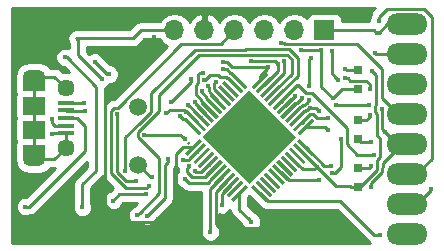
<source format=gbr>
G04 #@! TF.FileFunction,Copper,L1,Top,Signal*
%FSLAX46Y46*%
G04 Gerber Fmt 4.6, Leading zero omitted, Abs format (unit mm)*
G04 Created by KiCad (PCBNEW 4.0.7) date 10/12/17 20:38:22*
%MOMM*%
%LPD*%
G01*
G04 APERTURE LIST*
%ADD10C,0.100000*%
%ADD11C,0.150000*%
%ADD12C,1.500000*%
%ADD13R,0.800000X0.800000*%
%ADD14R,1.900000X1.500000*%
%ADD15C,1.450000*%
%ADD16R,1.350000X0.400000*%
%ADD17O,1.900000X1.200000*%
%ADD18R,1.900000X1.200000*%
%ADD19R,1.700000X1.700000*%
%ADD20O,1.700000X1.700000*%
%ADD21O,3.500000X1.800000*%
%ADD22C,0.400000*%
%ADD23C,0.250000*%
%ADD24C,0.254000*%
G04 APERTURE END LIST*
D10*
D11*
X150253135Y-104644930D02*
G75*
G03X150253135Y-104644930I-72801J0D01*
G01*
D10*
G36*
X155321000Y-108074398D02*
X151361202Y-104114600D01*
X155321000Y-100154802D01*
X159280798Y-104114600D01*
X155321000Y-108074398D01*
X155321000Y-108074398D01*
G37*
G36*
X151078359Y-103973178D02*
X149840923Y-102735742D01*
X150053055Y-102523610D01*
X151290491Y-103761046D01*
X151078359Y-103973178D01*
X151078359Y-103973178D01*
G37*
G36*
X151431912Y-103619625D02*
X150194476Y-102382189D01*
X150406608Y-102170057D01*
X151644044Y-103407493D01*
X151431912Y-103619625D01*
X151431912Y-103619625D01*
G37*
G36*
X151785466Y-103266071D02*
X150548030Y-102028635D01*
X150760162Y-101816503D01*
X151997598Y-103053939D01*
X151785466Y-103266071D01*
X151785466Y-103266071D01*
G37*
G36*
X152139019Y-102912518D02*
X150901583Y-101675082D01*
X151113715Y-101462950D01*
X152351151Y-102700386D01*
X152139019Y-102912518D01*
X152139019Y-102912518D01*
G37*
G36*
X152492572Y-102558965D02*
X151255136Y-101321529D01*
X151467268Y-101109397D01*
X152704704Y-102346833D01*
X152492572Y-102558965D01*
X152492572Y-102558965D01*
G37*
G36*
X151820822Y-100755843D02*
X153058258Y-101993279D01*
X152846126Y-102205411D01*
X151608690Y-100967975D01*
X151820822Y-100755843D01*
X151820822Y-100755843D01*
G37*
G36*
X153199679Y-101851858D02*
X151962243Y-100614422D01*
X152174375Y-100402290D01*
X153411811Y-101639726D01*
X153199679Y-101851858D01*
X153199679Y-101851858D01*
G37*
G36*
X153553233Y-101498304D02*
X152315797Y-100260868D01*
X152527929Y-100048736D01*
X153765365Y-101286172D01*
X153553233Y-101498304D01*
X153553233Y-101498304D01*
G37*
G36*
X153906786Y-101144751D02*
X152669350Y-99907315D01*
X152881482Y-99695183D01*
X154118918Y-100932619D01*
X153906786Y-101144751D01*
X153906786Y-101144751D01*
G37*
G36*
X154260339Y-100791198D02*
X153022903Y-99553762D01*
X153235035Y-99341630D01*
X154472471Y-100579066D01*
X154260339Y-100791198D01*
X154260339Y-100791198D01*
G37*
G36*
X154613893Y-100437644D02*
X153376457Y-99200208D01*
X153588589Y-98988076D01*
X154826025Y-100225512D01*
X154613893Y-100437644D01*
X154613893Y-100437644D01*
G37*
G36*
X154967446Y-100084091D02*
X153730010Y-98846655D01*
X153942142Y-98634523D01*
X155179578Y-99871959D01*
X154967446Y-100084091D01*
X154967446Y-100084091D01*
G37*
G36*
X153411811Y-106589474D02*
X152174375Y-107826910D01*
X151962243Y-107614778D01*
X153199679Y-106377342D01*
X153411811Y-106589474D01*
X153411811Y-106589474D01*
G37*
G36*
X153058258Y-106235921D02*
X151820822Y-107473357D01*
X151608690Y-107261225D01*
X152846126Y-106023789D01*
X153058258Y-106235921D01*
X153058258Y-106235921D01*
G37*
G36*
X152704704Y-105882367D02*
X151467268Y-107119803D01*
X151255136Y-106907671D01*
X152492572Y-105670235D01*
X152704704Y-105882367D01*
X152704704Y-105882367D01*
G37*
G36*
X152351151Y-105528814D02*
X151113715Y-106766250D01*
X150901583Y-106554118D01*
X152139019Y-105316682D01*
X152351151Y-105528814D01*
X152351151Y-105528814D01*
G37*
G36*
X151997598Y-105175261D02*
X150760162Y-106412697D01*
X150548030Y-106200565D01*
X151785466Y-104963129D01*
X151997598Y-105175261D01*
X151997598Y-105175261D01*
G37*
G36*
X151644044Y-104821707D02*
X150406608Y-106059143D01*
X150194476Y-105847011D01*
X151431912Y-104609575D01*
X151644044Y-104821707D01*
X151644044Y-104821707D01*
G37*
G36*
X153765365Y-106943028D02*
X152527929Y-108180464D01*
X152315797Y-107968332D01*
X153553233Y-106730896D01*
X153765365Y-106943028D01*
X153765365Y-106943028D01*
G37*
G36*
X151290491Y-104468154D02*
X150053055Y-105705590D01*
X149840923Y-105493458D01*
X151078359Y-104256022D01*
X151290491Y-104468154D01*
X151290491Y-104468154D01*
G37*
G36*
X154118918Y-107296581D02*
X152881482Y-108534017D01*
X152669350Y-108321885D01*
X153906786Y-107084449D01*
X154118918Y-107296581D01*
X154118918Y-107296581D01*
G37*
G36*
X154472471Y-107650134D02*
X153235035Y-108887570D01*
X153022903Y-108675438D01*
X154260339Y-107438002D01*
X154472471Y-107650134D01*
X154472471Y-107650134D01*
G37*
G36*
X154826025Y-108003688D02*
X153588589Y-109241124D01*
X153376457Y-109028992D01*
X154613893Y-107791556D01*
X154826025Y-108003688D01*
X154826025Y-108003688D01*
G37*
G36*
X155179578Y-108357241D02*
X153942142Y-109594677D01*
X153730010Y-109382545D01*
X154967446Y-108145109D01*
X155179578Y-108357241D01*
X155179578Y-108357241D01*
G37*
G36*
X158821178Y-107473357D02*
X157583742Y-106235921D01*
X157795874Y-106023789D01*
X159033310Y-107261225D01*
X158821178Y-107473357D01*
X158821178Y-107473357D01*
G37*
G36*
X158467625Y-107826910D02*
X157230189Y-106589474D01*
X157442321Y-106377342D01*
X158679757Y-107614778D01*
X158467625Y-107826910D01*
X158467625Y-107826910D01*
G37*
G36*
X158114071Y-108180464D02*
X156876635Y-106943028D01*
X157088767Y-106730896D01*
X158326203Y-107968332D01*
X158114071Y-108180464D01*
X158114071Y-108180464D01*
G37*
G36*
X157760518Y-108534017D02*
X156523082Y-107296581D01*
X156735214Y-107084449D01*
X157972650Y-108321885D01*
X157760518Y-108534017D01*
X157760518Y-108534017D01*
G37*
G36*
X157406965Y-108887570D02*
X156169529Y-107650134D01*
X156381661Y-107438002D01*
X157619097Y-108675438D01*
X157406965Y-108887570D01*
X157406965Y-108887570D01*
G37*
G36*
X157053411Y-109241124D02*
X155815975Y-108003688D01*
X156028107Y-107791556D01*
X157265543Y-109028992D01*
X157053411Y-109241124D01*
X157053411Y-109241124D01*
G37*
G36*
X156699858Y-109594677D02*
X155462422Y-108357241D01*
X155674554Y-108145109D01*
X156911990Y-109382545D01*
X156699858Y-109594677D01*
X156699858Y-109594677D01*
G37*
G36*
X159174732Y-107119803D02*
X157937296Y-105882367D01*
X158149428Y-105670235D01*
X159386864Y-106907671D01*
X159174732Y-107119803D01*
X159174732Y-107119803D01*
G37*
G36*
X159528285Y-106766250D02*
X158290849Y-105528814D01*
X158502981Y-105316682D01*
X159740417Y-106554118D01*
X159528285Y-106766250D01*
X159528285Y-106766250D01*
G37*
G36*
X159881838Y-106412697D02*
X158644402Y-105175261D01*
X158856534Y-104963129D01*
X160093970Y-106200565D01*
X159881838Y-106412697D01*
X159881838Y-106412697D01*
G37*
G36*
X160235392Y-106059143D02*
X158997956Y-104821707D01*
X159210088Y-104609575D01*
X160447524Y-105847011D01*
X160235392Y-106059143D01*
X160235392Y-106059143D01*
G37*
G36*
X160588945Y-105705590D02*
X159351509Y-104468154D01*
X159563641Y-104256022D01*
X160801077Y-105493458D01*
X160588945Y-105705590D01*
X160588945Y-105705590D01*
G37*
G36*
X158679757Y-100614422D02*
X157442321Y-101851858D01*
X157230189Y-101639726D01*
X158467625Y-100402290D01*
X158679757Y-100614422D01*
X158679757Y-100614422D01*
G37*
G36*
X159033310Y-100967975D02*
X157795874Y-102205411D01*
X157583742Y-101993279D01*
X158821178Y-100755843D01*
X159033310Y-100967975D01*
X159033310Y-100967975D01*
G37*
G36*
X158326203Y-100260868D02*
X157088767Y-101498304D01*
X156876635Y-101286172D01*
X158114071Y-100048736D01*
X158326203Y-100260868D01*
X158326203Y-100260868D01*
G37*
G36*
X157972650Y-99907315D02*
X156735214Y-101144751D01*
X156523082Y-100932619D01*
X157760518Y-99695183D01*
X157972650Y-99907315D01*
X157972650Y-99907315D01*
G37*
G36*
X157619097Y-99553762D02*
X156381661Y-100791198D01*
X156169529Y-100579066D01*
X157406965Y-99341630D01*
X157619097Y-99553762D01*
X157619097Y-99553762D01*
G37*
G36*
X157265543Y-99200208D02*
X156028107Y-100437644D01*
X155815975Y-100225512D01*
X157053411Y-98988076D01*
X157265543Y-99200208D01*
X157265543Y-99200208D01*
G37*
G36*
X156911990Y-98846655D02*
X155674554Y-100084091D01*
X155462422Y-99871959D01*
X156699858Y-98634523D01*
X156911990Y-98846655D01*
X156911990Y-98846655D01*
G37*
G36*
X159386864Y-101321529D02*
X158149428Y-102558965D01*
X157937296Y-102346833D01*
X159174732Y-101109397D01*
X159386864Y-101321529D01*
X159386864Y-101321529D01*
G37*
G36*
X159740417Y-101675082D02*
X158502981Y-102912518D01*
X158290849Y-102700386D01*
X159528285Y-101462950D01*
X159740417Y-101675082D01*
X159740417Y-101675082D01*
G37*
G36*
X160093970Y-102028635D02*
X158856534Y-103266071D01*
X158644402Y-103053939D01*
X159881838Y-101816503D01*
X160093970Y-102028635D01*
X160093970Y-102028635D01*
G37*
G36*
X160447524Y-102382189D02*
X159210088Y-103619625D01*
X158997956Y-103407493D01*
X160235392Y-102170057D01*
X160447524Y-102382189D01*
X160447524Y-102382189D01*
G37*
G36*
X160801077Y-102735742D02*
X159563641Y-103973178D01*
X159351509Y-103761046D01*
X160588945Y-102523610D01*
X160801077Y-102735742D01*
X160801077Y-102735742D01*
G37*
D12*
X145872200Y-106454600D03*
X145872200Y-101574600D03*
D13*
X164541200Y-98463200D03*
X164541200Y-100063200D03*
X164541200Y-102717600D03*
X164541200Y-104317600D03*
D14*
X137089400Y-103514400D03*
D15*
X139789400Y-100014400D03*
D16*
X139789400Y-101864400D03*
X139789400Y-101214400D03*
X139789400Y-103814400D03*
X139789400Y-103164400D03*
X139789400Y-102514400D03*
D15*
X139789400Y-105014400D03*
D14*
X137089400Y-101514400D03*
D17*
X137089400Y-99014400D03*
X137089400Y-106014400D03*
D18*
X137089400Y-105414400D03*
X137089400Y-99614400D03*
D19*
X161671000Y-95097600D03*
D20*
X159131000Y-95097600D03*
X156591000Y-95097600D03*
X154051000Y-95097600D03*
X151511000Y-95097600D03*
X148971000Y-95097600D03*
D13*
X164541200Y-106730800D03*
X164541200Y-108330800D03*
D21*
X168658540Y-94587060D03*
X168658540Y-97127060D03*
X168658540Y-99667060D03*
X168658540Y-102207060D03*
X168658540Y-104747060D03*
X168658540Y-107287060D03*
X168658540Y-109827060D03*
X168658540Y-112367060D03*
D22*
X166509700Y-101790500D03*
X165505930Y-102284194D03*
X166827200Y-103733600D03*
X153111200Y-97790000D03*
X156926347Y-98216179D03*
X147225812Y-95622609D03*
X165636338Y-108384738D03*
X156337000Y-110490000D03*
X149440426Y-102332989D03*
X143662400Y-110464600D03*
X148056600Y-111175800D03*
X162202995Y-106542229D03*
X153797000Y-111328200D03*
X141325600Y-101219000D03*
X170713400Y-108559600D03*
X162799860Y-99254936D03*
X162284319Y-96807791D03*
X163427668Y-98346993D03*
X165608000Y-104571800D03*
X136347200Y-110007400D03*
X160529068Y-97428272D03*
X160374796Y-101030869D03*
X160401000Y-99796600D03*
X166268400Y-94335600D03*
X163034209Y-104301761D03*
X162280600Y-107137200D03*
X161188400Y-107772200D03*
X165862553Y-105605362D03*
X155461662Y-111285791D03*
X166395400Y-112420400D03*
X139725400Y-97383600D03*
X141173200Y-110083600D03*
X165531800Y-100076000D03*
X163398200Y-99161600D03*
X159154884Y-100669599D03*
X145831162Y-110734238D03*
X144779261Y-107003586D03*
X151503186Y-99266145D03*
X161972767Y-103533884D03*
X150687245Y-101190685D03*
X151819332Y-99776110D03*
X151333200Y-100228400D03*
X150098945Y-101399600D03*
X152450800Y-99441000D03*
X152984200Y-109855000D03*
X165915738Y-96974262D03*
X157972232Y-96177599D03*
X153060400Y-98399600D03*
X158267390Y-97677618D03*
X142798800Y-99187000D03*
X144119600Y-102158800D03*
X145745200Y-107848400D03*
X146634200Y-110794800D03*
X148386800Y-105994200D03*
X149656800Y-106045000D03*
X161930080Y-102483874D03*
X161207182Y-101926915D03*
X165470553Y-101382978D03*
X160474099Y-101673592D03*
X162610800Y-101396800D03*
X146778804Y-108230622D03*
X149841852Y-107647929D03*
X166319200Y-95275400D03*
X155426507Y-97691170D03*
X159642319Y-96796576D03*
X157711047Y-97932668D03*
X165709600Y-98552000D03*
X161366200Y-96797609D03*
X149950699Y-102008391D03*
X148285200Y-102108000D03*
X146583400Y-108966000D03*
X143764000Y-109499400D03*
X162353944Y-100854547D03*
X142214600Y-97790000D03*
X143433800Y-98806000D03*
X152019000Y-112141000D03*
X161009106Y-106656094D03*
X138633200Y-103835200D03*
X150210411Y-106555116D03*
X147091400Y-107543600D03*
X146431000Y-103911400D03*
X149860000Y-104317800D03*
X150723600Y-107010200D03*
X150403848Y-99218989D03*
X148650618Y-101183838D03*
X141376400Y-101930200D03*
X138633200Y-102565200D03*
X165592362Y-106588162D03*
X151409409Y-98662243D03*
X159785726Y-100842488D03*
D23*
X166524940Y-101805740D02*
X166509700Y-101790500D01*
X164541200Y-102717600D02*
X165191200Y-102717600D01*
X165505930Y-102402870D02*
X165505930Y-102284194D01*
X165191200Y-102717600D02*
X165505930Y-102402870D01*
X166827200Y-103733600D02*
X166524940Y-103431340D01*
X166524940Y-103431340D02*
X166524940Y-101805740D01*
X165636338Y-108101896D02*
X165636338Y-108384738D01*
X166827200Y-103733600D02*
X167843200Y-104749600D01*
X166616809Y-106695567D02*
X166580991Y-106731385D01*
X166616809Y-106331591D02*
X166616809Y-106695567D01*
X166580991Y-107080019D02*
X165636338Y-108024672D01*
X166580991Y-106731385D02*
X166580991Y-107080019D01*
X167843200Y-104749600D02*
X168198800Y-104749600D01*
X168198800Y-104749600D02*
X166616809Y-106331591D01*
X165636338Y-108024672D02*
X165636338Y-108101896D01*
X156926347Y-98216179D02*
X153842037Y-98216178D01*
X153415859Y-97790000D02*
X153111200Y-97790000D01*
X153842037Y-98216178D02*
X153415859Y-97790000D01*
X156187206Y-98955320D02*
X156726348Y-98416178D01*
X156187206Y-99359307D02*
X156187206Y-98955320D01*
X156726348Y-98416178D02*
X156926347Y-98216179D01*
X147225812Y-95905451D02*
X147225812Y-95622609D01*
X147225812Y-96385588D02*
X147225812Y-95905451D01*
X143052800Y-109855000D02*
X143052800Y-100558600D01*
X143662400Y-110464600D02*
X143052800Y-109855000D01*
X143052800Y-100558600D02*
X147225812Y-96385588D01*
X150565707Y-104980806D02*
X149704994Y-104980806D01*
X148256599Y-110975801D02*
X148056600Y-111175800D01*
X149098000Y-105587800D02*
X149098000Y-110134400D01*
X149704994Y-104980806D02*
X149098000Y-105587800D01*
X149098000Y-110134400D02*
X148256599Y-110975801D01*
X156337000Y-111810800D02*
X154279600Y-111810800D01*
X154279600Y-111810800D02*
X153797000Y-111328200D01*
X156337000Y-110490000D02*
X156337000Y-111810800D01*
X149640425Y-102532988D02*
X149440426Y-102332989D01*
X149666403Y-102558966D02*
X149640425Y-102532988D01*
X150565707Y-103248394D02*
X149876279Y-102558966D01*
X149876279Y-102558966D02*
X149666403Y-102558966D01*
X147621358Y-111328200D02*
X144526000Y-111328200D01*
X144526000Y-111328200D02*
X143662400Y-110464600D01*
X148056600Y-111175800D02*
X147773758Y-111175800D01*
X147773758Y-111175800D02*
X147621358Y-111328200D01*
X161920153Y-106542229D02*
X162202995Y-106542229D01*
X161637716Y-106542229D02*
X161920153Y-106542229D01*
X160076293Y-104980806D02*
X161637716Y-106542229D01*
X152794348Y-111857858D02*
X153267342Y-111857858D01*
X153267342Y-111857858D02*
X153797000Y-111328200D01*
X152459199Y-111522709D02*
X152794348Y-111857858D01*
X152459199Y-108744168D02*
X152459199Y-111522709D01*
X153394134Y-107809233D02*
X152459199Y-108744168D01*
X141325600Y-101219000D02*
X139794000Y-101219000D01*
X139794000Y-101219000D02*
X139789400Y-101214400D01*
X169545000Y-109778800D02*
X170713400Y-108610400D01*
X170713400Y-108610400D02*
X170713400Y-108559600D01*
X168656000Y-109778800D02*
X169545000Y-109778800D01*
X168681400Y-109829600D02*
X169431400Y-109829600D01*
X162284319Y-98739395D02*
X162599861Y-99054937D01*
X162284319Y-96807791D02*
X162284319Y-98739395D01*
X162599861Y-99054937D02*
X162799860Y-99254936D01*
X163543875Y-98463200D02*
X163427668Y-98346993D01*
X164541200Y-98463200D02*
X163543875Y-98463200D01*
X165608000Y-104571800D02*
X164795400Y-104571800D01*
X164795400Y-104571800D02*
X164541200Y-104317600D01*
X136347200Y-110007400D02*
X136677400Y-110007400D01*
X141401800Y-103201800D02*
X140714400Y-102514400D01*
X140714400Y-102514400D02*
X139789400Y-102514400D01*
X136677400Y-110007400D02*
X141401800Y-105283000D01*
X141401800Y-105283000D02*
X141401800Y-103201800D01*
X168681400Y-107289600D02*
X169431400Y-107289600D01*
X169431400Y-107289600D02*
X170760000Y-105961000D01*
X170760000Y-105961000D02*
X170760000Y-93932620D01*
X170760000Y-93932620D02*
X170091971Y-93264591D01*
X170091971Y-93264591D02*
X166933009Y-93264591D01*
X166933009Y-93264591D02*
X166268400Y-93929200D01*
X166268400Y-93929200D02*
X166268400Y-94335600D01*
X160401000Y-97556340D02*
X160529068Y-97428272D01*
X160401000Y-99796600D02*
X160401000Y-97556340D01*
X159820654Y-101382713D02*
X159987976Y-101382713D01*
X160139821Y-101230868D02*
X160174797Y-101230868D01*
X159987976Y-101382713D02*
X160139821Y-101230868D01*
X160174797Y-101230868D02*
X160374796Y-101030869D01*
X159015633Y-102187734D02*
X159820654Y-101382713D01*
X163034209Y-104584603D02*
X163034209Y-104301761D01*
X163034209Y-106666433D02*
X163034209Y-104584603D01*
X162280600Y-107137200D02*
X162563442Y-107137200D01*
X162563442Y-107137200D02*
X163034209Y-106666433D01*
X157954973Y-107102126D02*
X158651213Y-107798366D01*
X158651213Y-107798366D02*
X161162234Y-107798366D01*
X161162234Y-107798366D02*
X161188400Y-107772200D01*
X159327081Y-99720400D02*
X159400001Y-99720400D01*
X158644401Y-100437646D02*
X158644401Y-100403080D01*
X157954973Y-101127074D02*
X158644401Y-100437646D01*
X160632680Y-100414599D02*
X163559209Y-103341128D01*
X160094200Y-100414599D02*
X160632680Y-100414599D01*
X163559209Y-104720610D02*
X164443961Y-105605362D01*
X164443961Y-105605362D02*
X165579711Y-105605362D01*
X165579711Y-105605362D02*
X165862553Y-105605362D01*
X158644401Y-100403080D02*
X159327081Y-99720400D01*
X163559209Y-103341128D02*
X163559209Y-104720610D01*
X159400001Y-99720400D02*
X160094200Y-100414599D01*
X154454794Y-110278923D02*
X155261663Y-111085792D01*
X154454794Y-108869893D02*
X154454794Y-110278923D01*
X155261663Y-111085792D02*
X155461662Y-111285791D01*
X163007733Y-109566133D02*
X165862000Y-112420400D01*
X165862000Y-112420400D02*
X166395400Y-112420400D01*
X156187206Y-108869893D02*
X156883446Y-109566133D01*
X156883446Y-109566133D02*
X163007733Y-109566133D01*
X142316200Y-99847400D02*
X139852400Y-97383600D01*
X139852400Y-97383600D02*
X139725400Y-97383600D01*
X142316200Y-99872800D02*
X142316200Y-99847400D01*
X141173200Y-108102400D02*
X142316200Y-106959400D01*
X142316200Y-106959400D02*
X142316200Y-99872800D01*
X141173200Y-110083600D02*
X141173200Y-108102400D01*
X165531800Y-99668799D02*
X165531800Y-100076000D01*
X163398200Y-99161600D02*
X163681042Y-99161600D01*
X163681042Y-99161600D02*
X163857642Y-99338200D01*
X163857642Y-99338200D02*
X165201201Y-99338200D01*
X165201201Y-99338200D02*
X165531800Y-99668799D01*
X158308526Y-101480627D02*
X159154884Y-100669599D01*
X158884895Y-98782938D02*
X158884895Y-97518122D01*
X155188058Y-97152618D02*
X155161692Y-97178984D01*
X145905999Y-104163401D02*
X147675600Y-105933002D01*
X158519391Y-97152618D02*
X155188058Y-97152618D01*
X157247866Y-100419967D02*
X158884895Y-98782938D01*
X147675600Y-100558600D02*
X147675600Y-101940598D01*
X146255199Y-103360999D02*
X146204399Y-103360999D01*
X147675600Y-101940598D02*
X146255199Y-103360999D01*
X151055216Y-97178984D02*
X147675600Y-100558600D01*
X146204399Y-103360999D02*
X145905999Y-103659399D01*
X145905999Y-103659399D02*
X145905999Y-104163401D01*
X147675600Y-105933002D02*
X147675600Y-108889800D01*
X147675600Y-108889800D02*
X146031161Y-110534239D01*
X158884895Y-97518122D02*
X158519391Y-97152618D01*
X155161692Y-97178984D02*
X151055216Y-97178984D01*
X146031161Y-110534239D02*
X145831162Y-110734238D01*
X154975292Y-96728974D02*
X150667026Y-96728974D01*
X159444412Y-98930527D02*
X159444412Y-97441229D01*
X157601419Y-100773520D02*
X159444412Y-98930527D01*
X147015200Y-100380800D02*
X147015200Y-101964585D01*
X155001658Y-96702608D02*
X154975292Y-96728974D01*
X150667026Y-96728974D02*
X147015200Y-100380800D01*
X147015200Y-101964585D02*
X146068796Y-102910989D01*
X146068796Y-102910989D02*
X146017998Y-102910990D01*
X159444412Y-97441229D02*
X158705791Y-96702608D01*
X146017998Y-102910990D02*
X144779261Y-104149727D01*
X158705791Y-96702608D02*
X155001658Y-96702608D01*
X144779261Y-104149727D02*
X144779261Y-106720744D01*
X144779261Y-106720744D02*
X144779261Y-107003586D01*
X151564731Y-99266145D02*
X151503186Y-99266145D01*
X151951179Y-98879697D02*
X151564731Y-99266145D01*
X152796823Y-99016621D02*
X152659899Y-98879697D01*
X152659899Y-98879697D02*
X151951179Y-98879697D01*
X153369660Y-99016621D02*
X152796823Y-99016621D01*
X154065899Y-99712860D02*
X153369660Y-99016621D01*
X154101241Y-99712860D02*
X154065899Y-99712860D01*
X161772768Y-103333885D02*
X161972767Y-103533884D01*
X160076293Y-103248394D02*
X161687277Y-103248394D01*
X161687277Y-103248394D02*
X161772768Y-103333885D01*
X151626367Y-102187734D02*
X150687245Y-101248612D01*
X150687245Y-101248612D02*
X150687245Y-101190685D01*
X151894327Y-99851106D02*
X151819332Y-99776110D01*
X152687027Y-101091732D02*
X151990788Y-100395493D01*
X151894327Y-100228336D02*
X151894327Y-99851106D01*
X151990788Y-100395493D02*
X151990788Y-100324797D01*
X152687027Y-101127074D02*
X152687027Y-101091732D01*
X151990788Y-100324797D02*
X151894327Y-100228336D01*
X151333200Y-100374315D02*
X151333200Y-100228400D01*
X152333474Y-101480627D02*
X151637234Y-100784387D01*
X151637234Y-100784387D02*
X151637234Y-100678349D01*
X151637234Y-100678349D02*
X151333200Y-100374315D01*
X150131127Y-101399600D02*
X150098945Y-101399600D01*
X151272814Y-102541287D02*
X150131127Y-101399600D01*
X152344341Y-100041940D02*
X152344341Y-99547459D01*
X153040581Y-100738180D02*
X152344341Y-100041940D01*
X153040581Y-100773520D02*
X153040581Y-100738180D01*
X152344341Y-99547459D02*
X152450800Y-99441000D01*
X152984200Y-108926273D02*
X152984200Y-109855000D01*
X153747687Y-108162786D02*
X152984200Y-108926273D01*
X166071076Y-97129600D02*
X165915738Y-96974262D01*
X168681400Y-97129600D02*
X166071076Y-97129600D01*
X168579800Y-97231200D02*
X168681400Y-97129600D01*
X168681400Y-102209600D02*
X167931400Y-102209600D01*
X167931400Y-102209600D02*
X166522400Y-100800600D01*
X166522400Y-100800600D02*
X166522400Y-98359199D01*
X164435801Y-96272600D02*
X159895344Y-96272600D01*
X158330074Y-96252599D02*
X158255074Y-96177599D01*
X166522400Y-98359199D02*
X164435801Y-96272600D01*
X159895344Y-96272600D02*
X159894320Y-96271576D01*
X159894320Y-96271576D02*
X159390318Y-96271576D01*
X159390318Y-96271576D02*
X159389294Y-96272600D01*
X159389294Y-96272600D02*
X158912193Y-96272600D01*
X158912193Y-96272600D02*
X158892192Y-96252599D01*
X158892192Y-96252599D02*
X158330074Y-96252599D01*
X158255074Y-96177599D02*
X157972232Y-96177599D01*
X153343242Y-98399600D02*
X153060400Y-98399600D01*
X153761676Y-98666189D02*
X153655637Y-98666188D01*
X154454794Y-99359307D02*
X153761676Y-98666189D01*
X153389049Y-98399600D02*
X153343242Y-98399600D01*
X153655637Y-98666188D02*
X153389049Y-98399600D01*
X156894313Y-100066414D02*
X158267390Y-98693337D01*
X158267390Y-98693337D02*
X158267390Y-97960460D01*
X158267390Y-97960460D02*
X158267390Y-97677618D01*
X145440400Y-95758000D02*
X146100800Y-95097600D01*
X146100800Y-95097600D02*
X148971000Y-95097600D01*
X140639800Y-95758000D02*
X145440400Y-95758000D01*
X140817600Y-97205800D02*
X140817600Y-95935800D01*
X140817600Y-95935800D02*
X140639800Y-95758000D01*
X142798800Y-99187000D02*
X140817600Y-97205800D01*
X144881600Y-107848400D02*
X144119600Y-107086400D01*
X144119600Y-107086400D02*
X144119600Y-102158800D01*
X145745200Y-107848400D02*
X144881600Y-107848400D01*
X148183600Y-106480242D02*
X148183600Y-109245400D01*
X148183600Y-109245400D02*
X146634200Y-110794800D01*
X148386800Y-105994200D02*
X148386800Y-106277042D01*
X148386800Y-106277042D02*
X148183600Y-106480242D01*
X150919260Y-105334359D02*
X150229832Y-106023787D01*
X150229832Y-106023787D02*
X150194492Y-106023787D01*
X150194492Y-106023787D02*
X150187680Y-106030599D01*
X149671201Y-106030599D02*
X149656800Y-106045000D01*
X150187680Y-106030599D02*
X149671201Y-106030599D01*
X161647238Y-102483874D02*
X161930080Y-102483874D01*
X160723570Y-102198601D02*
X161008843Y-102483874D01*
X160454320Y-102198601D02*
X160723570Y-102198601D01*
X161008843Y-102483874D02*
X161647238Y-102483874D01*
X159758080Y-102894841D02*
X160454320Y-102198601D01*
X159722740Y-102894841D02*
X159758080Y-102894841D01*
X161007183Y-101726916D02*
X161207182Y-101926915D01*
X160953859Y-101673592D02*
X161007183Y-101726916D01*
X160474099Y-101673592D02*
X160953859Y-101673592D01*
X163615222Y-101382978D02*
X165187711Y-101382978D01*
X163601400Y-101396800D02*
X163615222Y-101382978D01*
X165187711Y-101382978D02*
X165470553Y-101382978D01*
X160342919Y-101673592D02*
X160474099Y-101673592D01*
X160183788Y-101832723D02*
X160342919Y-101673592D01*
X159369186Y-102541287D02*
X160077750Y-101832723D01*
X160077750Y-101832723D02*
X160183788Y-101832723D01*
X163601400Y-101396800D02*
X163398200Y-101396800D01*
X162610800Y-101396800D02*
X162893642Y-101396800D01*
X162893642Y-101396800D02*
X163601400Y-101396800D01*
X144827411Y-108430621D02*
X146578805Y-108430621D01*
X143594599Y-107197809D02*
X144827411Y-108430621D01*
X143594599Y-101906799D02*
X143594599Y-107197809D01*
X144162001Y-101633799D02*
X143867599Y-101633799D01*
X149523200Y-96272600D02*
X144162001Y-101633799D01*
X152876000Y-96272600D02*
X149523200Y-96272600D01*
X154051000Y-95097600D02*
X152876000Y-96272600D01*
X143867599Y-101633799D02*
X143594599Y-101906799D01*
X146578805Y-108430621D02*
X146778804Y-108230622D01*
X151797875Y-107991278D02*
X150185201Y-107991278D01*
X152687027Y-107102126D02*
X151797875Y-107991278D01*
X150041851Y-107847928D02*
X149841852Y-107647929D01*
X150185201Y-107991278D02*
X150041851Y-107847928D01*
X166074930Y-103946530D02*
X166395400Y-104267000D01*
X165971999Y-102042501D02*
X166074930Y-102145432D01*
X166130981Y-106079409D02*
X166130981Y-106893619D01*
X164693800Y-108330800D02*
X164541200Y-108330800D01*
X166130981Y-106893619D02*
X164693800Y-108330800D01*
X166395400Y-105814990D02*
X166130981Y-106079409D01*
X166074930Y-102145432D02*
X166074930Y-103946530D01*
X166056801Y-98899201D02*
X166056801Y-101453697D01*
X165709600Y-98552000D02*
X166056801Y-98899201D01*
X165971999Y-101538499D02*
X165971999Y-102042501D01*
X166395400Y-104267000D02*
X166395400Y-105814990D01*
X166056801Y-101453697D02*
X165971999Y-101538499D01*
X162771000Y-95097600D02*
X162585400Y-95097600D01*
X162585400Y-95097600D02*
X161671000Y-95097600D01*
X166319200Y-95275400D02*
X166036358Y-95275400D01*
X166036358Y-95275400D02*
X165858558Y-95097600D01*
X165858558Y-95097600D02*
X162585400Y-95097600D01*
X168681400Y-94589600D02*
X167005000Y-94589600D01*
X167005000Y-94589600D02*
X166319200Y-95275400D01*
X156540759Y-99712860D02*
X157711047Y-98542572D01*
X157711047Y-98542572D02*
X157711047Y-97932668D01*
X155709349Y-97691170D02*
X155426507Y-97691170D01*
X157711047Y-97932668D02*
X157469549Y-97691170D01*
X157469549Y-97691170D02*
X155709349Y-97691170D01*
X161366200Y-96797609D02*
X159643352Y-96797609D01*
X159643352Y-96797609D02*
X159642319Y-96796576D01*
X161366200Y-96797609D02*
X161366200Y-99866803D01*
X161366200Y-99866803D02*
X162353944Y-100854547D01*
X150919260Y-102894841D02*
X150032810Y-102008391D01*
X148585220Y-101807980D02*
X149750288Y-101807980D01*
X150032810Y-102008391D02*
X149950699Y-102008391D01*
X148285200Y-102108000D02*
X148585220Y-101807980D01*
X149750288Y-101807980D02*
X149750700Y-101808392D01*
X149750700Y-101808392D02*
X149950699Y-102008391D01*
X143764000Y-109499400D02*
X144297400Y-108966000D01*
X144297400Y-108966000D02*
X146583400Y-108966000D01*
X162553943Y-100654548D02*
X162353944Y-100854547D01*
X164541200Y-100063200D02*
X163145291Y-100063200D01*
X163145291Y-100063200D02*
X162553943Y-100654548D01*
X168681400Y-94589600D02*
X168173400Y-95097600D01*
X143433800Y-98806000D02*
X143230600Y-98806000D01*
X143230600Y-98806000D02*
X142214600Y-97790000D01*
X152009189Y-111709107D02*
X152009189Y-112131189D01*
X152009189Y-112131189D02*
X152019000Y-112141000D01*
X152009189Y-108487072D02*
X152009189Y-111709107D01*
X153040581Y-107455680D02*
X152009189Y-108487072D01*
X163866000Y-108305600D02*
X162658612Y-108305600D01*
X162658612Y-108305600D02*
X161009106Y-106656094D01*
X164541200Y-108330800D02*
X163891200Y-108330800D01*
X163891200Y-108330800D02*
X163866000Y-108305600D01*
X160809107Y-106856093D02*
X161009106Y-106656094D01*
X159830260Y-106856093D02*
X160809107Y-106856093D01*
X159015633Y-106041466D02*
X159830260Y-106856093D01*
X159722740Y-105334359D02*
X161009106Y-106620725D01*
X161009106Y-106620725D02*
X161009106Y-106656094D01*
X139789400Y-103814400D02*
X138654000Y-103814400D01*
X138654000Y-103814400D02*
X138633200Y-103835200D01*
X139789400Y-105014400D02*
X139789400Y-103814400D01*
X137089400Y-106014400D02*
X138789400Y-106014400D01*
X138789400Y-106014400D02*
X139789400Y-105014400D01*
X137089400Y-105414400D02*
X137089400Y-106014400D01*
X137089400Y-103514400D02*
X137089400Y-105414400D01*
X137089400Y-101514400D02*
X137089400Y-103514400D01*
X137089400Y-99614400D02*
X137089400Y-101514400D01*
X137089400Y-99014400D02*
X137089400Y-99614400D01*
X139789400Y-100014400D02*
X138789400Y-99014400D01*
X138789400Y-99014400D02*
X137089400Y-99014400D01*
X150010412Y-106755115D02*
X150210411Y-106555116D01*
X150477666Y-107541268D02*
X150010412Y-107074014D01*
X152333474Y-106748573D02*
X151540779Y-107541268D01*
X150010412Y-107074014D02*
X150010412Y-106755115D01*
X151540779Y-107541268D02*
X150477666Y-107541268D01*
X147091400Y-107543600D02*
X146961200Y-107543600D01*
X146961200Y-107543600D02*
X145872200Y-106454600D01*
X149453600Y-103911400D02*
X146431000Y-103911400D01*
X149660001Y-104117801D02*
X149453600Y-103911400D01*
X149860000Y-104317800D02*
X149660001Y-104117801D01*
X151248340Y-107091259D02*
X150804659Y-107091259D01*
X151944580Y-106395019D02*
X151248340Y-107091259D01*
X150804659Y-107091259D02*
X150723600Y-107010200D01*
X151979920Y-106395019D02*
X151944580Y-106395019D01*
X150403848Y-99430608D02*
X150403848Y-99218989D01*
X148650618Y-101183838D02*
X150403848Y-99430608D01*
X141376400Y-101930200D02*
X139855200Y-101930200D01*
X139855200Y-101930200D02*
X139789400Y-101864400D01*
X139789400Y-103164400D02*
X138864400Y-103164400D01*
X138864400Y-103164400D02*
X138633200Y-102933200D01*
X138633200Y-102933200D02*
X138633200Y-102565200D01*
X165449724Y-106730800D02*
X165592362Y-106588162D01*
X164541200Y-106730800D02*
X165449724Y-106730800D01*
X150808199Y-99688133D02*
X150978186Y-99518146D01*
X151206200Y-100924510D02*
X150808199Y-100526509D01*
X151126567Y-98662243D02*
X151409409Y-98662243D01*
X151206200Y-101060461D02*
X151206200Y-100924510D01*
X151979920Y-101834181D02*
X151206200Y-101060461D01*
X150978186Y-98810624D02*
X151126567Y-98662243D01*
X150978186Y-99518146D02*
X150978186Y-98810624D01*
X150808199Y-100526509D02*
X150808199Y-99688133D01*
X159724471Y-100842488D02*
X159785726Y-100842488D01*
X159429018Y-101137941D02*
X159724471Y-100842488D01*
X159393660Y-101137941D02*
X159429018Y-101137941D01*
X158662080Y-101834181D02*
X158697420Y-101834181D01*
X158697420Y-101834181D02*
X159393660Y-101137941D01*
D24*
G36*
X165730999Y-93391799D02*
X165566252Y-93638361D01*
X165508400Y-93929200D01*
X165508400Y-93988509D01*
X165433545Y-94168779D01*
X165433398Y-94337600D01*
X163168440Y-94337600D01*
X163168440Y-94247600D01*
X163124162Y-94012283D01*
X162985090Y-93796159D01*
X162772890Y-93651169D01*
X162521000Y-93600160D01*
X160821000Y-93600160D01*
X160585683Y-93644438D01*
X160369559Y-93783510D01*
X160224569Y-93995710D01*
X160210914Y-94063141D01*
X160181054Y-94018453D01*
X159699285Y-93696546D01*
X159131000Y-93583507D01*
X158562715Y-93696546D01*
X158080946Y-94018453D01*
X157861000Y-94347626D01*
X157641054Y-94018453D01*
X157159285Y-93696546D01*
X156591000Y-93583507D01*
X156022715Y-93696546D01*
X155540946Y-94018453D01*
X155321000Y-94347626D01*
X155101054Y-94018453D01*
X154619285Y-93696546D01*
X154051000Y-93583507D01*
X153482715Y-93696546D01*
X153000946Y-94018453D01*
X152773298Y-94359153D01*
X152706183Y-94216242D01*
X152277924Y-93825955D01*
X151867890Y-93656124D01*
X151638000Y-93777445D01*
X151638000Y-94970600D01*
X151658000Y-94970600D01*
X151658000Y-95224600D01*
X151638000Y-95224600D01*
X151638000Y-95244600D01*
X151384000Y-95244600D01*
X151384000Y-95224600D01*
X151364000Y-95224600D01*
X151364000Y-94970600D01*
X151384000Y-94970600D01*
X151384000Y-93777445D01*
X151154110Y-93656124D01*
X150744076Y-93825955D01*
X150315817Y-94216242D01*
X150248702Y-94359153D01*
X150021054Y-94018453D01*
X149539285Y-93696546D01*
X148971000Y-93583507D01*
X148402715Y-93696546D01*
X147920946Y-94018453D01*
X147707699Y-94337600D01*
X146100800Y-94337600D01*
X145809961Y-94395452D01*
X145563399Y-94560199D01*
X145125598Y-94998000D01*
X140639800Y-94998000D01*
X140348961Y-95055852D01*
X140102399Y-95220599D01*
X139937652Y-95467161D01*
X139879800Y-95758000D01*
X139937652Y-96048839D01*
X140057600Y-96228354D01*
X140057600Y-96617417D01*
X139892221Y-96548745D01*
X139560037Y-96548455D01*
X139253028Y-96675308D01*
X139017934Y-96909993D01*
X138890545Y-97216779D01*
X138890255Y-97548963D01*
X139017108Y-97855972D01*
X139251793Y-98091066D01*
X139558579Y-98218455D01*
X139612500Y-98218502D01*
X140048624Y-98654626D01*
X139520066Y-98654164D01*
X139508673Y-98658871D01*
X139326801Y-98476999D01*
X139080239Y-98312252D01*
X138789400Y-98254400D01*
X138419418Y-98254400D01*
X138343729Y-98141123D01*
X137943066Y-97873409D01*
X137470452Y-97779400D01*
X136708348Y-97779400D01*
X136235734Y-97873409D01*
X135835071Y-98141123D01*
X135567357Y-98541786D01*
X135473348Y-99014400D01*
X135491960Y-99107969D01*
X135491960Y-100214400D01*
X135536238Y-100449717D01*
X135560312Y-100487128D01*
X135542969Y-100512510D01*
X135491960Y-100764400D01*
X135491960Y-102264400D01*
X135536238Y-102499717D01*
X135543742Y-102511379D01*
X135542969Y-102512510D01*
X135491960Y-102764400D01*
X135491960Y-104264400D01*
X135536238Y-104499717D01*
X135560312Y-104537128D01*
X135542969Y-104562510D01*
X135491960Y-104814400D01*
X135491960Y-105920831D01*
X135473348Y-106014400D01*
X135567357Y-106487014D01*
X135835071Y-106887677D01*
X136235734Y-107155391D01*
X136708348Y-107249400D01*
X137470452Y-107249400D01*
X137943066Y-107155391D01*
X138343729Y-106887677D01*
X138419418Y-106774400D01*
X138789400Y-106774400D01*
X138847069Y-106762929D01*
X136437520Y-109172478D01*
X136181837Y-109172255D01*
X135874828Y-109299108D01*
X135639734Y-109533793D01*
X135512345Y-109840579D01*
X135512055Y-110172763D01*
X135638908Y-110479772D01*
X135873593Y-110714866D01*
X136180379Y-110842255D01*
X136512563Y-110842545D01*
X136710236Y-110760868D01*
X136968239Y-110709548D01*
X137214801Y-110544801D01*
X141556200Y-106203402D01*
X141556200Y-106644598D01*
X140635799Y-107564999D01*
X140471052Y-107811561D01*
X140413200Y-108102400D01*
X140413200Y-109736509D01*
X140338345Y-109916779D01*
X140338055Y-110248963D01*
X140464908Y-110555972D01*
X140699593Y-110791066D01*
X141006379Y-110918455D01*
X141338563Y-110918745D01*
X141645572Y-110791892D01*
X141880666Y-110557207D01*
X142008055Y-110250421D01*
X142008345Y-109918237D01*
X141933200Y-109736371D01*
X141933200Y-108417202D01*
X142853601Y-107496801D01*
X142884788Y-107450126D01*
X142892451Y-107488648D01*
X143057198Y-107735210D01*
X143755293Y-108433305D01*
X143472030Y-108716568D01*
X143291628Y-108791108D01*
X143056534Y-109025793D01*
X142929145Y-109332579D01*
X142928855Y-109664763D01*
X143055708Y-109971772D01*
X143290393Y-110206866D01*
X143597179Y-110334255D01*
X143929363Y-110334545D01*
X144236372Y-110207692D01*
X144471466Y-109973007D01*
X144546929Y-109791273D01*
X144612202Y-109726000D01*
X145764598Y-109726000D01*
X145539192Y-109951406D01*
X145358790Y-110025946D01*
X145123696Y-110260631D01*
X144996307Y-110567417D01*
X144996017Y-110899601D01*
X145122870Y-111206610D01*
X145357555Y-111441704D01*
X145664341Y-111569093D01*
X145996525Y-111569383D01*
X146160116Y-111501789D01*
X146160593Y-111502266D01*
X146467379Y-111629655D01*
X146799563Y-111629945D01*
X147106572Y-111503092D01*
X147341666Y-111268407D01*
X147417128Y-111086674D01*
X148721001Y-109782802D01*
X148836467Y-109609993D01*
X148885748Y-109536239D01*
X148943600Y-109245400D01*
X148943600Y-106785410D01*
X149052854Y-106621900D01*
X149183193Y-106752466D01*
X149250412Y-106780378D01*
X149250412Y-107058498D01*
X149134386Y-107174322D01*
X149006997Y-107481108D01*
X149006707Y-107813292D01*
X149133560Y-108120301D01*
X149368245Y-108355395D01*
X149549979Y-108430858D01*
X149647800Y-108528679D01*
X149894362Y-108693426D01*
X150185201Y-108751278D01*
X151249189Y-108751278D01*
X151249189Y-111817536D01*
X151184145Y-111974179D01*
X151183855Y-112306363D01*
X151310708Y-112613372D01*
X151545393Y-112848466D01*
X151852179Y-112975855D01*
X152184363Y-112976145D01*
X152491372Y-112849292D01*
X152726466Y-112614607D01*
X152853855Y-112307821D01*
X152854145Y-111975637D01*
X152769189Y-111770027D01*
X152769189Y-110669845D01*
X152817379Y-110689855D01*
X153149563Y-110690145D01*
X153456572Y-110563292D01*
X153691666Y-110328607D01*
X153700463Y-110307422D01*
X153752646Y-110569762D01*
X153917393Y-110816324D01*
X154678830Y-111577761D01*
X154753370Y-111758163D01*
X154988055Y-111993257D01*
X155294841Y-112120646D01*
X155627025Y-112120936D01*
X155934034Y-111994083D01*
X156169128Y-111759398D01*
X156296517Y-111452612D01*
X156296807Y-111120428D01*
X156169954Y-110813419D01*
X155935269Y-110578325D01*
X155753535Y-110502862D01*
X155214794Y-109964121D01*
X155214794Y-109237643D01*
X155321000Y-109131437D01*
X156242049Y-110052486D01*
X156439752Y-110187571D01*
X156487229Y-110197870D01*
X156592607Y-110268281D01*
X156883446Y-110326133D01*
X162692931Y-110326133D01*
X165324599Y-112957801D01*
X165522449Y-113090000D01*
X135220333Y-113090000D01*
X135229668Y-93169810D01*
X165961211Y-93161587D01*
X165730999Y-93391799D01*
X165730999Y-93391799D01*
G37*
X165730999Y-93391799D02*
X165566252Y-93638361D01*
X165508400Y-93929200D01*
X165508400Y-93988509D01*
X165433545Y-94168779D01*
X165433398Y-94337600D01*
X163168440Y-94337600D01*
X163168440Y-94247600D01*
X163124162Y-94012283D01*
X162985090Y-93796159D01*
X162772890Y-93651169D01*
X162521000Y-93600160D01*
X160821000Y-93600160D01*
X160585683Y-93644438D01*
X160369559Y-93783510D01*
X160224569Y-93995710D01*
X160210914Y-94063141D01*
X160181054Y-94018453D01*
X159699285Y-93696546D01*
X159131000Y-93583507D01*
X158562715Y-93696546D01*
X158080946Y-94018453D01*
X157861000Y-94347626D01*
X157641054Y-94018453D01*
X157159285Y-93696546D01*
X156591000Y-93583507D01*
X156022715Y-93696546D01*
X155540946Y-94018453D01*
X155321000Y-94347626D01*
X155101054Y-94018453D01*
X154619285Y-93696546D01*
X154051000Y-93583507D01*
X153482715Y-93696546D01*
X153000946Y-94018453D01*
X152773298Y-94359153D01*
X152706183Y-94216242D01*
X152277924Y-93825955D01*
X151867890Y-93656124D01*
X151638000Y-93777445D01*
X151638000Y-94970600D01*
X151658000Y-94970600D01*
X151658000Y-95224600D01*
X151638000Y-95224600D01*
X151638000Y-95244600D01*
X151384000Y-95244600D01*
X151384000Y-95224600D01*
X151364000Y-95224600D01*
X151364000Y-94970600D01*
X151384000Y-94970600D01*
X151384000Y-93777445D01*
X151154110Y-93656124D01*
X150744076Y-93825955D01*
X150315817Y-94216242D01*
X150248702Y-94359153D01*
X150021054Y-94018453D01*
X149539285Y-93696546D01*
X148971000Y-93583507D01*
X148402715Y-93696546D01*
X147920946Y-94018453D01*
X147707699Y-94337600D01*
X146100800Y-94337600D01*
X145809961Y-94395452D01*
X145563399Y-94560199D01*
X145125598Y-94998000D01*
X140639800Y-94998000D01*
X140348961Y-95055852D01*
X140102399Y-95220599D01*
X139937652Y-95467161D01*
X139879800Y-95758000D01*
X139937652Y-96048839D01*
X140057600Y-96228354D01*
X140057600Y-96617417D01*
X139892221Y-96548745D01*
X139560037Y-96548455D01*
X139253028Y-96675308D01*
X139017934Y-96909993D01*
X138890545Y-97216779D01*
X138890255Y-97548963D01*
X139017108Y-97855972D01*
X139251793Y-98091066D01*
X139558579Y-98218455D01*
X139612500Y-98218502D01*
X140048624Y-98654626D01*
X139520066Y-98654164D01*
X139508673Y-98658871D01*
X139326801Y-98476999D01*
X139080239Y-98312252D01*
X138789400Y-98254400D01*
X138419418Y-98254400D01*
X138343729Y-98141123D01*
X137943066Y-97873409D01*
X137470452Y-97779400D01*
X136708348Y-97779400D01*
X136235734Y-97873409D01*
X135835071Y-98141123D01*
X135567357Y-98541786D01*
X135473348Y-99014400D01*
X135491960Y-99107969D01*
X135491960Y-100214400D01*
X135536238Y-100449717D01*
X135560312Y-100487128D01*
X135542969Y-100512510D01*
X135491960Y-100764400D01*
X135491960Y-102264400D01*
X135536238Y-102499717D01*
X135543742Y-102511379D01*
X135542969Y-102512510D01*
X135491960Y-102764400D01*
X135491960Y-104264400D01*
X135536238Y-104499717D01*
X135560312Y-104537128D01*
X135542969Y-104562510D01*
X135491960Y-104814400D01*
X135491960Y-105920831D01*
X135473348Y-106014400D01*
X135567357Y-106487014D01*
X135835071Y-106887677D01*
X136235734Y-107155391D01*
X136708348Y-107249400D01*
X137470452Y-107249400D01*
X137943066Y-107155391D01*
X138343729Y-106887677D01*
X138419418Y-106774400D01*
X138789400Y-106774400D01*
X138847069Y-106762929D01*
X136437520Y-109172478D01*
X136181837Y-109172255D01*
X135874828Y-109299108D01*
X135639734Y-109533793D01*
X135512345Y-109840579D01*
X135512055Y-110172763D01*
X135638908Y-110479772D01*
X135873593Y-110714866D01*
X136180379Y-110842255D01*
X136512563Y-110842545D01*
X136710236Y-110760868D01*
X136968239Y-110709548D01*
X137214801Y-110544801D01*
X141556200Y-106203402D01*
X141556200Y-106644598D01*
X140635799Y-107564999D01*
X140471052Y-107811561D01*
X140413200Y-108102400D01*
X140413200Y-109736509D01*
X140338345Y-109916779D01*
X140338055Y-110248963D01*
X140464908Y-110555972D01*
X140699593Y-110791066D01*
X141006379Y-110918455D01*
X141338563Y-110918745D01*
X141645572Y-110791892D01*
X141880666Y-110557207D01*
X142008055Y-110250421D01*
X142008345Y-109918237D01*
X141933200Y-109736371D01*
X141933200Y-108417202D01*
X142853601Y-107496801D01*
X142884788Y-107450126D01*
X142892451Y-107488648D01*
X143057198Y-107735210D01*
X143755293Y-108433305D01*
X143472030Y-108716568D01*
X143291628Y-108791108D01*
X143056534Y-109025793D01*
X142929145Y-109332579D01*
X142928855Y-109664763D01*
X143055708Y-109971772D01*
X143290393Y-110206866D01*
X143597179Y-110334255D01*
X143929363Y-110334545D01*
X144236372Y-110207692D01*
X144471466Y-109973007D01*
X144546929Y-109791273D01*
X144612202Y-109726000D01*
X145764598Y-109726000D01*
X145539192Y-109951406D01*
X145358790Y-110025946D01*
X145123696Y-110260631D01*
X144996307Y-110567417D01*
X144996017Y-110899601D01*
X145122870Y-111206610D01*
X145357555Y-111441704D01*
X145664341Y-111569093D01*
X145996525Y-111569383D01*
X146160116Y-111501789D01*
X146160593Y-111502266D01*
X146467379Y-111629655D01*
X146799563Y-111629945D01*
X147106572Y-111503092D01*
X147341666Y-111268407D01*
X147417128Y-111086674D01*
X148721001Y-109782802D01*
X148836467Y-109609993D01*
X148885748Y-109536239D01*
X148943600Y-109245400D01*
X148943600Y-106785410D01*
X149052854Y-106621900D01*
X149183193Y-106752466D01*
X149250412Y-106780378D01*
X149250412Y-107058498D01*
X149134386Y-107174322D01*
X149006997Y-107481108D01*
X149006707Y-107813292D01*
X149133560Y-108120301D01*
X149368245Y-108355395D01*
X149549979Y-108430858D01*
X149647800Y-108528679D01*
X149894362Y-108693426D01*
X150185201Y-108751278D01*
X151249189Y-108751278D01*
X151249189Y-111817536D01*
X151184145Y-111974179D01*
X151183855Y-112306363D01*
X151310708Y-112613372D01*
X151545393Y-112848466D01*
X151852179Y-112975855D01*
X152184363Y-112976145D01*
X152491372Y-112849292D01*
X152726466Y-112614607D01*
X152853855Y-112307821D01*
X152854145Y-111975637D01*
X152769189Y-111770027D01*
X152769189Y-110669845D01*
X152817379Y-110689855D01*
X153149563Y-110690145D01*
X153456572Y-110563292D01*
X153691666Y-110328607D01*
X153700463Y-110307422D01*
X153752646Y-110569762D01*
X153917393Y-110816324D01*
X154678830Y-111577761D01*
X154753370Y-111758163D01*
X154988055Y-111993257D01*
X155294841Y-112120646D01*
X155627025Y-112120936D01*
X155934034Y-111994083D01*
X156169128Y-111759398D01*
X156296517Y-111452612D01*
X156296807Y-111120428D01*
X156169954Y-110813419D01*
X155935269Y-110578325D01*
X155753535Y-110502862D01*
X155214794Y-109964121D01*
X155214794Y-109237643D01*
X155321000Y-109131437D01*
X156242049Y-110052486D01*
X156439752Y-110187571D01*
X156487229Y-110197870D01*
X156592607Y-110268281D01*
X156883446Y-110326133D01*
X162692931Y-110326133D01*
X165324599Y-112957801D01*
X165522449Y-113090000D01*
X135220333Y-113090000D01*
X135229668Y-93169810D01*
X165961211Y-93161587D01*
X165730999Y-93391799D01*
G36*
X168785540Y-104620060D02*
X168805540Y-104620060D01*
X168805540Y-104874060D01*
X168785540Y-104874060D01*
X168785540Y-104894060D01*
X168531540Y-104894060D01*
X168531540Y-104874060D01*
X168511540Y-104874060D01*
X168511540Y-104620060D01*
X168531540Y-104620060D01*
X168531540Y-104600060D01*
X168785540Y-104600060D01*
X168785540Y-104620060D01*
X168785540Y-104620060D01*
G37*
X168785540Y-104620060D02*
X168805540Y-104620060D01*
X168805540Y-104874060D01*
X168785540Y-104874060D01*
X168785540Y-104894060D01*
X168531540Y-104894060D01*
X168531540Y-104874060D01*
X168511540Y-104874060D01*
X168511540Y-104620060D01*
X168531540Y-104620060D01*
X168531540Y-104600060D01*
X168785540Y-104600060D01*
X168785540Y-104620060D01*
G36*
X164668200Y-102590600D02*
X164688200Y-102590600D01*
X164688200Y-102844600D01*
X164668200Y-102844600D01*
X164668200Y-102864600D01*
X164414200Y-102864600D01*
X164414200Y-102844600D01*
X164394200Y-102844600D01*
X164394200Y-102590600D01*
X164414200Y-102590600D01*
X164414200Y-102570600D01*
X164668200Y-102570600D01*
X164668200Y-102590600D01*
X164668200Y-102590600D01*
G37*
X164668200Y-102590600D02*
X164688200Y-102590600D01*
X164688200Y-102844600D01*
X164668200Y-102844600D01*
X164668200Y-102864600D01*
X164414200Y-102864600D01*
X164414200Y-102844600D01*
X164394200Y-102844600D01*
X164394200Y-102590600D01*
X164414200Y-102590600D01*
X164414200Y-102570600D01*
X164668200Y-102570600D01*
X164668200Y-102590600D01*
G36*
X147920946Y-96176747D02*
X148294590Y-96426408D01*
X143842134Y-100878864D01*
X143576759Y-100931651D01*
X143330198Y-101096398D01*
X143076200Y-101350396D01*
X143076200Y-99975852D01*
X143271172Y-99895292D01*
X143506266Y-99660607D01*
X143514378Y-99641071D01*
X143599163Y-99641145D01*
X143906172Y-99514292D01*
X144141266Y-99279607D01*
X144268655Y-98972821D01*
X144268945Y-98640637D01*
X144142092Y-98333628D01*
X143907407Y-98098534D01*
X143600621Y-97971145D01*
X143470433Y-97971031D01*
X142997432Y-97498030D01*
X142922892Y-97317628D01*
X142688207Y-97082534D01*
X142381421Y-96955145D01*
X142049237Y-96954855D01*
X141760684Y-97074082D01*
X141577600Y-96890998D01*
X141577600Y-96518000D01*
X145440400Y-96518000D01*
X145731239Y-96460148D01*
X145977801Y-96295401D01*
X146415602Y-95857600D01*
X147707699Y-95857600D01*
X147920946Y-96176747D01*
X147920946Y-96176747D01*
G37*
X147920946Y-96176747D02*
X148294590Y-96426408D01*
X143842134Y-100878864D01*
X143576759Y-100931651D01*
X143330198Y-101096398D01*
X143076200Y-101350396D01*
X143076200Y-99975852D01*
X143271172Y-99895292D01*
X143506266Y-99660607D01*
X143514378Y-99641071D01*
X143599163Y-99641145D01*
X143906172Y-99514292D01*
X144141266Y-99279607D01*
X144268655Y-98972821D01*
X144268945Y-98640637D01*
X144142092Y-98333628D01*
X143907407Y-98098534D01*
X143600621Y-97971145D01*
X143470433Y-97971031D01*
X142997432Y-97498030D01*
X142922892Y-97317628D01*
X142688207Y-97082534D01*
X142381421Y-96955145D01*
X142049237Y-96954855D01*
X141760684Y-97074082D01*
X141577600Y-96890998D01*
X141577600Y-96518000D01*
X145440400Y-96518000D01*
X145731239Y-96460148D01*
X145977801Y-96295401D01*
X146415602Y-95857600D01*
X147707699Y-95857600D01*
X147920946Y-96176747D01*
M02*

</source>
